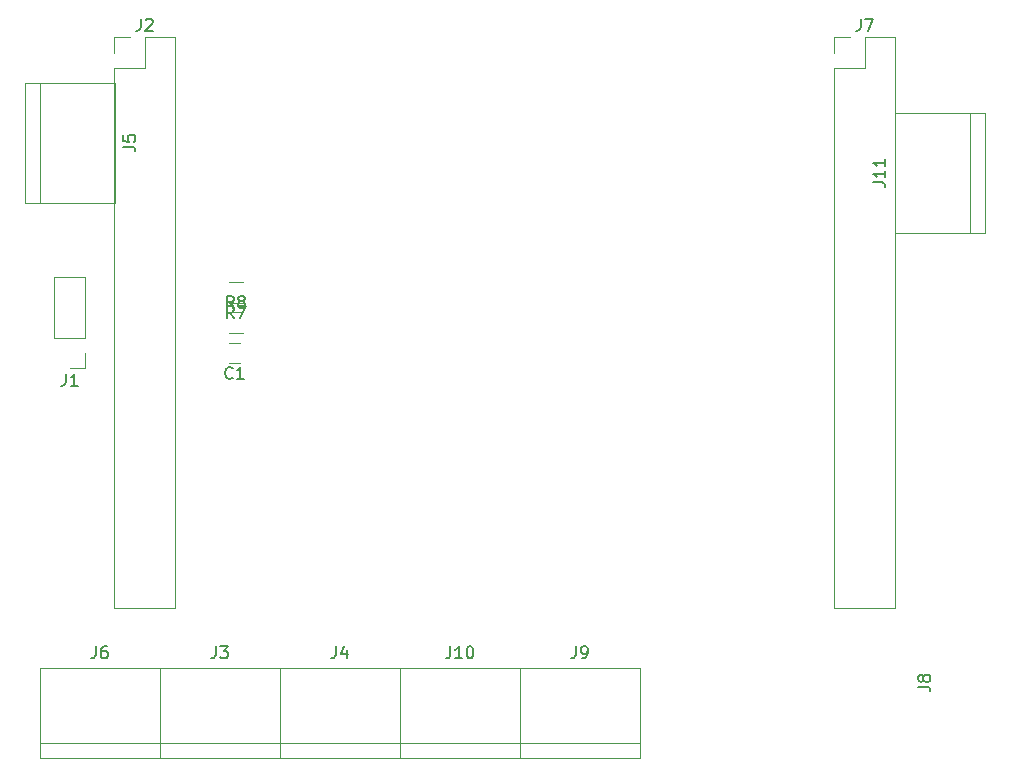
<source format=gto>
G04 #@! TF.GenerationSoftware,KiCad,Pcbnew,5.1.5*
G04 #@! TF.CreationDate,2020-04-17T16:14:37+02:00*
G04 #@! TF.ProjectId,eco_nucleo64_interconnect,65636f5f-6e75-4636-9c65-6f36345f696e,rev?*
G04 #@! TF.SameCoordinates,Original*
G04 #@! TF.FileFunction,Legend,Top*
G04 #@! TF.FilePolarity,Positive*
%FSLAX46Y46*%
G04 Gerber Fmt 4.6, Leading zero omitted, Abs format (unit mm)*
G04 Created by KiCad (PCBNEW 5.1.5) date 2020-04-17 16:14:37*
%MOMM*%
%LPD*%
G04 APERTURE LIST*
%ADD10C,0.120000*%
%ADD11C,0.150000*%
G04 APERTURE END LIST*
D10*
X131514000Y-137561000D02*
X141674000Y-137561000D01*
X131514000Y-129941000D02*
X131514000Y-137561000D01*
X141674000Y-129941000D02*
X131514000Y-129941000D01*
X141674000Y-137561000D02*
X141674000Y-129941000D01*
X141674000Y-136291000D02*
X131514000Y-136291000D01*
X151834000Y-136291000D02*
X141674000Y-136291000D01*
X151834000Y-137561000D02*
X151834000Y-129941000D01*
X151834000Y-129941000D02*
X141674000Y-129941000D01*
X141674000Y-129941000D02*
X141674000Y-137561000D01*
X141674000Y-137561000D02*
X151834000Y-137561000D01*
X104904000Y-96861000D02*
X102244000Y-96861000D01*
X104904000Y-102001000D02*
X104904000Y-96861000D01*
X102244000Y-102001000D02*
X102244000Y-96861000D01*
X104904000Y-102001000D02*
X102244000Y-102001000D01*
X104904000Y-103271000D02*
X104904000Y-104601000D01*
X104904000Y-104601000D02*
X103574000Y-104601000D01*
X101034000Y-137561000D02*
X111194000Y-137561000D01*
X101034000Y-129941000D02*
X101034000Y-137561000D01*
X111194000Y-129941000D02*
X101034000Y-129941000D01*
X111194000Y-137561000D02*
X111194000Y-129941000D01*
X111194000Y-136291000D02*
X101034000Y-136291000D01*
X121354000Y-137561000D02*
X131514000Y-137561000D01*
X121354000Y-129941000D02*
X121354000Y-137561000D01*
X131514000Y-129941000D02*
X121354000Y-129941000D01*
X131514000Y-137561000D02*
X131514000Y-129941000D01*
X131514000Y-136291000D02*
X121354000Y-136291000D01*
X121354000Y-136291000D02*
X111194000Y-136291000D01*
X121354000Y-137561000D02*
X121354000Y-129941000D01*
X121354000Y-129941000D02*
X111194000Y-129941000D01*
X111194000Y-129941000D02*
X111194000Y-137561000D01*
X111194000Y-137561000D02*
X121354000Y-137561000D01*
X168284000Y-76541000D02*
X169614000Y-76541000D01*
X168284000Y-77871000D02*
X168284000Y-76541000D01*
X170884000Y-76541000D02*
X173484000Y-76541000D01*
X170884000Y-79141000D02*
X170884000Y-76541000D01*
X168284000Y-79141000D02*
X170884000Y-79141000D01*
X173484000Y-76541000D02*
X173484000Y-124921000D01*
X168284000Y-79141000D02*
X168284000Y-124921000D01*
X168284000Y-124921000D02*
X173484000Y-124921000D01*
X107324000Y-124921000D02*
X112524000Y-124921000D01*
X107324000Y-79141000D02*
X107324000Y-124921000D01*
X112524000Y-76541000D02*
X112524000Y-124921000D01*
X107324000Y-79141000D02*
X109924000Y-79141000D01*
X109924000Y-79141000D02*
X109924000Y-76541000D01*
X109924000Y-76541000D02*
X112524000Y-76541000D01*
X107324000Y-77871000D02*
X107324000Y-76541000D01*
X107324000Y-76541000D02*
X108654000Y-76541000D01*
X118024000Y-102421000D02*
X117024000Y-102421000D01*
X117024000Y-104121000D02*
X118024000Y-104121000D01*
X118224000Y-99071000D02*
X117024000Y-99071000D01*
X117024000Y-97311000D02*
X118224000Y-97311000D01*
X118224000Y-101611000D02*
X117024000Y-101611000D01*
X117024000Y-99851000D02*
X118224000Y-99851000D01*
X101034000Y-90571000D02*
X101034000Y-80411000D01*
X99764000Y-90571000D02*
X107384000Y-90571000D01*
X107384000Y-90571000D02*
X107384000Y-80411000D01*
X107384000Y-80411000D02*
X99764000Y-80411000D01*
X99764000Y-80411000D02*
X99764000Y-90571000D01*
X179774000Y-82951000D02*
X179774000Y-93111000D01*
X181044000Y-82951000D02*
X173424000Y-82951000D01*
X173424000Y-82951000D02*
X173424000Y-93111000D01*
X173424000Y-93111000D02*
X181044000Y-93111000D01*
X181044000Y-93111000D02*
X181044000Y-82951000D01*
D11*
X135784476Y-128123380D02*
X135784476Y-128837666D01*
X135736857Y-128980523D01*
X135641619Y-129075761D01*
X135498761Y-129123380D01*
X135403523Y-129123380D01*
X136784476Y-129123380D02*
X136213047Y-129123380D01*
X136498761Y-129123380D02*
X136498761Y-128123380D01*
X136403523Y-128266238D01*
X136308285Y-128361476D01*
X136213047Y-128409095D01*
X137403523Y-128123380D02*
X137498761Y-128123380D01*
X137594000Y-128171000D01*
X137641619Y-128218619D01*
X137689238Y-128313857D01*
X137736857Y-128504333D01*
X137736857Y-128742428D01*
X137689238Y-128932904D01*
X137641619Y-129028142D01*
X137594000Y-129075761D01*
X137498761Y-129123380D01*
X137403523Y-129123380D01*
X137308285Y-129075761D01*
X137260666Y-129028142D01*
X137213047Y-128932904D01*
X137165428Y-128742428D01*
X137165428Y-128504333D01*
X137213047Y-128313857D01*
X137260666Y-128218619D01*
X137308285Y-128171000D01*
X137403523Y-128123380D01*
X146420666Y-128123380D02*
X146420666Y-128837666D01*
X146373047Y-128980523D01*
X146277809Y-129075761D01*
X146134952Y-129123380D01*
X146039714Y-129123380D01*
X146944476Y-129123380D02*
X147134952Y-129123380D01*
X147230190Y-129075761D01*
X147277809Y-129028142D01*
X147373047Y-128885285D01*
X147420666Y-128694809D01*
X147420666Y-128313857D01*
X147373047Y-128218619D01*
X147325428Y-128171000D01*
X147230190Y-128123380D01*
X147039714Y-128123380D01*
X146944476Y-128171000D01*
X146896857Y-128218619D01*
X146849238Y-128313857D01*
X146849238Y-128551952D01*
X146896857Y-128647190D01*
X146944476Y-128694809D01*
X147039714Y-128742428D01*
X147230190Y-128742428D01*
X147325428Y-128694809D01*
X147373047Y-128647190D01*
X147420666Y-128551952D01*
X103240666Y-105053380D02*
X103240666Y-105767666D01*
X103193047Y-105910523D01*
X103097809Y-106005761D01*
X102954952Y-106053380D01*
X102859714Y-106053380D01*
X104240666Y-106053380D02*
X103669238Y-106053380D01*
X103954952Y-106053380D02*
X103954952Y-105053380D01*
X103859714Y-105196238D01*
X103764476Y-105291476D01*
X103669238Y-105339095D01*
X175416380Y-131544333D02*
X176130666Y-131544333D01*
X176273523Y-131591952D01*
X176368761Y-131687190D01*
X176416380Y-131830047D01*
X176416380Y-131925285D01*
X175844952Y-130925285D02*
X175797333Y-131020523D01*
X175749714Y-131068142D01*
X175654476Y-131115761D01*
X175606857Y-131115761D01*
X175511619Y-131068142D01*
X175464000Y-131020523D01*
X175416380Y-130925285D01*
X175416380Y-130734809D01*
X175464000Y-130639571D01*
X175511619Y-130591952D01*
X175606857Y-130544333D01*
X175654476Y-130544333D01*
X175749714Y-130591952D01*
X175797333Y-130639571D01*
X175844952Y-130734809D01*
X175844952Y-130925285D01*
X175892571Y-131020523D01*
X175940190Y-131068142D01*
X176035428Y-131115761D01*
X176225904Y-131115761D01*
X176321142Y-131068142D01*
X176368761Y-131020523D01*
X176416380Y-130925285D01*
X176416380Y-130734809D01*
X176368761Y-130639571D01*
X176321142Y-130591952D01*
X176225904Y-130544333D01*
X176035428Y-130544333D01*
X175940190Y-130591952D01*
X175892571Y-130639571D01*
X175844952Y-130734809D01*
X105780666Y-128123380D02*
X105780666Y-128837666D01*
X105733047Y-128980523D01*
X105637809Y-129075761D01*
X105494952Y-129123380D01*
X105399714Y-129123380D01*
X106685428Y-128123380D02*
X106494952Y-128123380D01*
X106399714Y-128171000D01*
X106352095Y-128218619D01*
X106256857Y-128361476D01*
X106209238Y-128551952D01*
X106209238Y-128932904D01*
X106256857Y-129028142D01*
X106304476Y-129075761D01*
X106399714Y-129123380D01*
X106590190Y-129123380D01*
X106685428Y-129075761D01*
X106733047Y-129028142D01*
X106780666Y-128932904D01*
X106780666Y-128694809D01*
X106733047Y-128599571D01*
X106685428Y-128551952D01*
X106590190Y-128504333D01*
X106399714Y-128504333D01*
X106304476Y-128551952D01*
X106256857Y-128599571D01*
X106209238Y-128694809D01*
X126100666Y-128123380D02*
X126100666Y-128837666D01*
X126053047Y-128980523D01*
X125957809Y-129075761D01*
X125814952Y-129123380D01*
X125719714Y-129123380D01*
X127005428Y-128456714D02*
X127005428Y-129123380D01*
X126767333Y-128075761D02*
X126529238Y-128790047D01*
X127148285Y-128790047D01*
X115940666Y-128123380D02*
X115940666Y-128837666D01*
X115893047Y-128980523D01*
X115797809Y-129075761D01*
X115654952Y-129123380D01*
X115559714Y-129123380D01*
X116321619Y-128123380D02*
X116940666Y-128123380D01*
X116607333Y-128504333D01*
X116750190Y-128504333D01*
X116845428Y-128551952D01*
X116893047Y-128599571D01*
X116940666Y-128694809D01*
X116940666Y-128932904D01*
X116893047Y-129028142D01*
X116845428Y-129075761D01*
X116750190Y-129123380D01*
X116464476Y-129123380D01*
X116369238Y-129075761D01*
X116321619Y-129028142D01*
X170550666Y-74993380D02*
X170550666Y-75707666D01*
X170503047Y-75850523D01*
X170407809Y-75945761D01*
X170264952Y-75993380D01*
X170169714Y-75993380D01*
X170931619Y-74993380D02*
X171598285Y-74993380D01*
X171169714Y-75993380D01*
X109590666Y-74993380D02*
X109590666Y-75707666D01*
X109543047Y-75850523D01*
X109447809Y-75945761D01*
X109304952Y-75993380D01*
X109209714Y-75993380D01*
X110019238Y-75088619D02*
X110066857Y-75041000D01*
X110162095Y-74993380D01*
X110400190Y-74993380D01*
X110495428Y-75041000D01*
X110543047Y-75088619D01*
X110590666Y-75183857D01*
X110590666Y-75279095D01*
X110543047Y-75421952D01*
X109971619Y-75993380D01*
X110590666Y-75993380D01*
X117357333Y-105378142D02*
X117309714Y-105425761D01*
X117166857Y-105473380D01*
X117071619Y-105473380D01*
X116928761Y-105425761D01*
X116833523Y-105330523D01*
X116785904Y-105235285D01*
X116738285Y-105044809D01*
X116738285Y-104901952D01*
X116785904Y-104711476D01*
X116833523Y-104616238D01*
X116928761Y-104521000D01*
X117071619Y-104473380D01*
X117166857Y-104473380D01*
X117309714Y-104521000D01*
X117357333Y-104568619D01*
X118309714Y-105473380D02*
X117738285Y-105473380D01*
X118024000Y-105473380D02*
X118024000Y-104473380D01*
X117928761Y-104616238D01*
X117833523Y-104711476D01*
X117738285Y-104759095D01*
X117457333Y-100343380D02*
X117124000Y-99867190D01*
X116885904Y-100343380D02*
X116885904Y-99343380D01*
X117266857Y-99343380D01*
X117362095Y-99391000D01*
X117409714Y-99438619D01*
X117457333Y-99533857D01*
X117457333Y-99676714D01*
X117409714Y-99771952D01*
X117362095Y-99819571D01*
X117266857Y-99867190D01*
X116885904Y-99867190D01*
X117790666Y-99343380D02*
X118457333Y-99343380D01*
X118028761Y-100343380D01*
X117457333Y-99483380D02*
X117124000Y-99007190D01*
X116885904Y-99483380D02*
X116885904Y-98483380D01*
X117266857Y-98483380D01*
X117362095Y-98531000D01*
X117409714Y-98578619D01*
X117457333Y-98673857D01*
X117457333Y-98816714D01*
X117409714Y-98911952D01*
X117362095Y-98959571D01*
X117266857Y-99007190D01*
X116885904Y-99007190D01*
X118028761Y-98911952D02*
X117933523Y-98864333D01*
X117885904Y-98816714D01*
X117838285Y-98721476D01*
X117838285Y-98673857D01*
X117885904Y-98578619D01*
X117933523Y-98531000D01*
X118028761Y-98483380D01*
X118219238Y-98483380D01*
X118314476Y-98531000D01*
X118362095Y-98578619D01*
X118409714Y-98673857D01*
X118409714Y-98721476D01*
X118362095Y-98816714D01*
X118314476Y-98864333D01*
X118219238Y-98911952D01*
X118028761Y-98911952D01*
X117933523Y-98959571D01*
X117885904Y-99007190D01*
X117838285Y-99102428D01*
X117838285Y-99292904D01*
X117885904Y-99388142D01*
X117933523Y-99435761D01*
X118028761Y-99483380D01*
X118219238Y-99483380D01*
X118314476Y-99435761D01*
X118362095Y-99388142D01*
X118409714Y-99292904D01*
X118409714Y-99102428D01*
X118362095Y-99007190D01*
X118314476Y-98959571D01*
X118219238Y-98911952D01*
X108106380Y-85824333D02*
X108820666Y-85824333D01*
X108963523Y-85871952D01*
X109058761Y-85967190D01*
X109106380Y-86110047D01*
X109106380Y-86205285D01*
X108106380Y-84871952D02*
X108106380Y-85348142D01*
X108582571Y-85395761D01*
X108534952Y-85348142D01*
X108487333Y-85252904D01*
X108487333Y-85014809D01*
X108534952Y-84919571D01*
X108582571Y-84871952D01*
X108677809Y-84824333D01*
X108915904Y-84824333D01*
X109011142Y-84871952D01*
X109058761Y-84919571D01*
X109106380Y-85014809D01*
X109106380Y-85252904D01*
X109058761Y-85348142D01*
X109011142Y-85395761D01*
X171606380Y-88840523D02*
X172320666Y-88840523D01*
X172463523Y-88888142D01*
X172558761Y-88983380D01*
X172606380Y-89126238D01*
X172606380Y-89221476D01*
X172606380Y-87840523D02*
X172606380Y-88411952D01*
X172606380Y-88126238D02*
X171606380Y-88126238D01*
X171749238Y-88221476D01*
X171844476Y-88316714D01*
X171892095Y-88411952D01*
X172606380Y-86888142D02*
X172606380Y-87459571D01*
X172606380Y-87173857D02*
X171606380Y-87173857D01*
X171749238Y-87269095D01*
X171844476Y-87364333D01*
X171892095Y-87459571D01*
M02*

</source>
